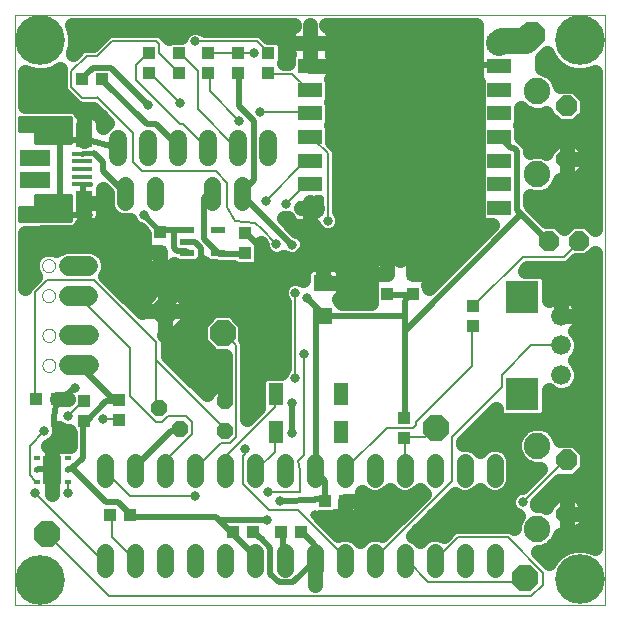
<source format=gbl>
G75*
%MOIN*%
%OFA0B0*%
%FSLAX24Y24*%
%IPPOS*%
%LPD*%
%AMOC8*
5,1,8,0,0,1.08239X$1,22.5*
%
%ADD10C,0.0000*%
%ADD11R,0.0630X0.0551*%
%ADD12R,0.0394X0.0433*%
%ADD13R,0.0433X0.0394*%
%ADD14R,0.0472X0.0217*%
%ADD15R,0.0512X0.0748*%
%ADD16R,0.0673X0.0157*%
%ADD17R,0.0575X0.0787*%
%ADD18R,0.0984X0.0541*%
%ADD19C,0.0160*%
%ADD20C,0.0560*%
%ADD21OC8,0.0660*%
%ADD22OC8,0.0850*%
%ADD23OC8,0.0700*%
%ADD24C,0.0885*%
%ADD25C,0.0660*%
%ADD26R,0.1102X0.1102*%
%ADD27C,0.0600*%
%ADD28C,0.0650*%
%ADD29OC8,0.0520*%
%ADD30R,0.0236X0.0157*%
%ADD31R,0.0591X0.0945*%
%ADD32R,0.0787X0.0512*%
%ADD33C,0.0197*%
%ADD34C,0.0317*%
%ADD35C,0.0500*%
%ADD36C,0.0157*%
%ADD37C,0.0080*%
%ADD38C,0.1660*%
%ADD39C,0.0860*%
D10*
X000350Y000350D02*
X000350Y020035D01*
X020035Y020035D01*
X020035Y000350D01*
X000350Y000350D01*
X001267Y008344D02*
X001269Y008373D01*
X001275Y008401D01*
X001284Y008429D01*
X001297Y008455D01*
X001314Y008478D01*
X001333Y008500D01*
X001355Y008519D01*
X001380Y008534D01*
X001406Y008547D01*
X001434Y008555D01*
X001462Y008560D01*
X001491Y008561D01*
X001520Y008558D01*
X001548Y008551D01*
X001575Y008541D01*
X001601Y008527D01*
X001624Y008510D01*
X001645Y008490D01*
X001663Y008467D01*
X001678Y008442D01*
X001689Y008415D01*
X001697Y008387D01*
X001701Y008358D01*
X001701Y008330D01*
X001697Y008301D01*
X001689Y008273D01*
X001678Y008246D01*
X001663Y008221D01*
X001645Y008198D01*
X001624Y008178D01*
X001601Y008161D01*
X001575Y008147D01*
X001548Y008137D01*
X001520Y008130D01*
X001491Y008127D01*
X001462Y008128D01*
X001434Y008133D01*
X001406Y008141D01*
X001380Y008154D01*
X001355Y008169D01*
X001333Y008188D01*
X001314Y008210D01*
X001297Y008233D01*
X001284Y008259D01*
X001275Y008287D01*
X001269Y008315D01*
X001267Y008344D01*
X001267Y009344D02*
X001269Y009373D01*
X001275Y009401D01*
X001284Y009429D01*
X001297Y009455D01*
X001314Y009478D01*
X001333Y009500D01*
X001355Y009519D01*
X001380Y009534D01*
X001406Y009547D01*
X001434Y009555D01*
X001462Y009560D01*
X001491Y009561D01*
X001520Y009558D01*
X001548Y009551D01*
X001575Y009541D01*
X001601Y009527D01*
X001624Y009510D01*
X001645Y009490D01*
X001663Y009467D01*
X001678Y009442D01*
X001689Y009415D01*
X001697Y009387D01*
X001701Y009358D01*
X001701Y009330D01*
X001697Y009301D01*
X001689Y009273D01*
X001678Y009246D01*
X001663Y009221D01*
X001645Y009198D01*
X001624Y009178D01*
X001601Y009161D01*
X001575Y009147D01*
X001548Y009137D01*
X001520Y009130D01*
X001491Y009127D01*
X001462Y009128D01*
X001434Y009133D01*
X001406Y009141D01*
X001380Y009154D01*
X001355Y009169D01*
X001333Y009188D01*
X001314Y009210D01*
X001297Y009233D01*
X001284Y009259D01*
X001275Y009287D01*
X001269Y009315D01*
X001267Y009344D01*
X001259Y010670D02*
X001261Y010699D01*
X001267Y010727D01*
X001276Y010755D01*
X001289Y010781D01*
X001306Y010804D01*
X001325Y010826D01*
X001347Y010845D01*
X001372Y010860D01*
X001398Y010873D01*
X001426Y010881D01*
X001454Y010886D01*
X001483Y010887D01*
X001512Y010884D01*
X001540Y010877D01*
X001567Y010867D01*
X001593Y010853D01*
X001616Y010836D01*
X001637Y010816D01*
X001655Y010793D01*
X001670Y010768D01*
X001681Y010741D01*
X001689Y010713D01*
X001693Y010684D01*
X001693Y010656D01*
X001689Y010627D01*
X001681Y010599D01*
X001670Y010572D01*
X001655Y010547D01*
X001637Y010524D01*
X001616Y010504D01*
X001593Y010487D01*
X001567Y010473D01*
X001540Y010463D01*
X001512Y010456D01*
X001483Y010453D01*
X001454Y010454D01*
X001426Y010459D01*
X001398Y010467D01*
X001372Y010480D01*
X001347Y010495D01*
X001325Y010514D01*
X001306Y010536D01*
X001289Y010559D01*
X001276Y010585D01*
X001267Y010613D01*
X001261Y010641D01*
X001259Y010670D01*
X001259Y011670D02*
X001261Y011699D01*
X001267Y011727D01*
X001276Y011755D01*
X001289Y011781D01*
X001306Y011804D01*
X001325Y011826D01*
X001347Y011845D01*
X001372Y011860D01*
X001398Y011873D01*
X001426Y011881D01*
X001454Y011886D01*
X001483Y011887D01*
X001512Y011884D01*
X001540Y011877D01*
X001567Y011867D01*
X001593Y011853D01*
X001616Y011836D01*
X001637Y011816D01*
X001655Y011793D01*
X001670Y011768D01*
X001681Y011741D01*
X001689Y011713D01*
X001693Y011684D01*
X001693Y011656D01*
X001689Y011627D01*
X001681Y011599D01*
X001670Y011572D01*
X001655Y011547D01*
X001637Y011524D01*
X001616Y011504D01*
X001593Y011487D01*
X001567Y011473D01*
X001540Y011463D01*
X001512Y011456D01*
X001483Y011453D01*
X001454Y011454D01*
X001426Y011459D01*
X001398Y011467D01*
X001372Y011480D01*
X001347Y011495D01*
X001325Y011514D01*
X001306Y011536D01*
X001289Y011559D01*
X001276Y011585D01*
X001267Y011613D01*
X001261Y011641D01*
X001259Y011670D01*
D11*
X010635Y011106D03*
X010635Y010003D03*
D12*
X012755Y010712D03*
X012755Y011381D03*
X013618Y011377D03*
X013618Y010708D03*
X008032Y012093D03*
X008032Y012762D03*
X005179Y012786D03*
X005179Y012117D03*
X001741Y007228D03*
X001072Y007228D03*
X003515Y003350D03*
X004185Y003350D03*
X006789Y018089D03*
X006789Y018758D03*
D13*
X007787Y018758D03*
X008807Y018758D03*
X008807Y018089D03*
X007787Y018089D03*
X005812Y018089D03*
X004812Y018089D03*
X004812Y018758D03*
X005812Y018758D03*
X003258Y017886D03*
X002589Y017886D03*
X015613Y010319D03*
X015613Y009650D03*
X013327Y006585D03*
X013327Y005916D03*
X011372Y003824D03*
X010703Y003824D03*
X009905Y002795D03*
X009236Y002795D03*
X008277Y002805D03*
X007608Y002805D03*
X003812Y006508D03*
X002669Y006501D03*
X002669Y007170D03*
X003812Y007177D03*
D14*
X006095Y012096D03*
X006095Y012470D03*
X006095Y012844D03*
X007119Y012844D03*
X007119Y012096D03*
D15*
X009049Y007385D03*
X011214Y007385D03*
X011214Y006125D03*
X009049Y006125D03*
D16*
X002598Y014382D03*
X002598Y014638D03*
X002598Y014894D03*
X002598Y015150D03*
X002598Y015406D03*
D17*
X002649Y016036D03*
X002649Y013752D03*
D18*
X001011Y014525D03*
X001011Y015263D03*
D19*
X001069Y015779D02*
X002179Y015779D01*
X002179Y016596D01*
X001167Y016596D01*
X001169Y016595D01*
X000539Y016595D01*
X000537Y016200D01*
X001069Y016200D01*
X002179Y016200D01*
X002179Y016042D02*
X001069Y016042D01*
X001069Y016200D02*
X001069Y015779D01*
X001069Y015883D02*
X002179Y015883D01*
X002179Y016359D02*
X000538Y016359D01*
X000538Y016517D02*
X002179Y016517D01*
X002598Y014382D02*
X002850Y014382D01*
X002179Y014002D02*
X001069Y014002D01*
X001069Y013581D01*
X000537Y013581D01*
X000535Y013184D01*
X001165Y013184D01*
X001167Y013185D01*
X002179Y013185D01*
X002179Y014002D01*
X002179Y013981D02*
X001069Y013981D01*
X001069Y013823D02*
X002179Y013823D01*
X002179Y013664D02*
X001069Y013664D01*
X000537Y013506D02*
X002179Y013506D01*
X002179Y013347D02*
X000536Y013347D01*
X000535Y013189D02*
X002179Y013189D01*
D20*
X004021Y013790D02*
X004021Y014350D01*
X005021Y014350D02*
X005021Y013790D01*
X006916Y013783D02*
X006916Y014343D01*
X007916Y014343D02*
X007916Y013783D01*
X008350Y005130D02*
X008350Y004570D01*
X009350Y004570D02*
X009350Y005130D01*
X010350Y005130D02*
X010350Y004570D01*
X011350Y004570D02*
X011350Y005130D01*
X012350Y005130D02*
X012350Y004570D01*
X013350Y004570D02*
X013350Y005130D01*
X014350Y005130D02*
X014350Y004570D01*
X015350Y004570D02*
X015350Y005130D01*
X016350Y005130D02*
X016350Y004570D01*
X016350Y002130D02*
X016350Y001570D01*
X015350Y001570D02*
X015350Y002130D01*
X014350Y002130D02*
X014350Y001570D01*
X013350Y001570D02*
X013350Y002130D01*
X012350Y002130D02*
X012350Y001570D01*
X011350Y001570D02*
X011350Y002130D01*
X010350Y002130D02*
X010350Y001570D01*
X009350Y001570D02*
X009350Y002130D01*
X008350Y002130D02*
X008350Y001570D01*
X007350Y001570D02*
X007350Y002130D01*
X006350Y002130D02*
X006350Y001570D01*
X005350Y001570D02*
X005350Y002130D01*
X004350Y002130D02*
X004350Y001570D01*
X003350Y001570D02*
X003350Y002130D01*
X003350Y004570D02*
X003350Y005130D01*
X004350Y005130D02*
X004350Y004570D01*
X005350Y004570D02*
X005350Y005130D01*
X006350Y005130D02*
X006350Y004570D01*
X007350Y004570D02*
X007350Y005130D01*
D21*
X018157Y012502D03*
X019157Y012502D03*
D22*
X014380Y006269D03*
X007280Y009422D03*
X005350Y010143D03*
X001413Y002712D03*
X017371Y001258D03*
X017600Y019350D03*
D23*
X018753Y016988D03*
X018753Y015208D03*
X018753Y005177D03*
X018753Y003397D03*
D24*
X017773Y002907D03*
X017773Y005667D03*
X017773Y014718D03*
X017773Y017478D03*
D25*
X018568Y009996D03*
X018568Y009011D03*
X018568Y008027D03*
D26*
X017268Y007397D03*
X017268Y010626D03*
D27*
X008804Y015289D02*
X008804Y015889D01*
X007804Y015889D02*
X007804Y015289D01*
X006804Y015289D02*
X006804Y015889D01*
X005804Y015889D02*
X005804Y015289D01*
X004804Y015289D02*
X004804Y015889D01*
X003804Y015889D02*
X003804Y015289D01*
D28*
X002801Y011670D02*
X002151Y011670D01*
X002151Y010670D02*
X002801Y010670D01*
X002809Y009344D02*
X002160Y009344D01*
X002160Y008344D02*
X002809Y008344D01*
D29*
X005153Y006930D03*
X005853Y006230D03*
X007351Y006170D03*
X007351Y007170D03*
D30*
X002112Y005244D03*
X002112Y004850D03*
X002112Y004456D03*
X001088Y004456D03*
X001088Y004850D03*
X001088Y005244D03*
D31*
X001600Y004850D03*
D32*
X010200Y013594D03*
X010200Y014381D03*
X010200Y015169D03*
X010200Y015956D03*
X010200Y016744D03*
X010200Y017531D03*
X010200Y018319D03*
X010200Y019106D03*
X016500Y019106D03*
X016500Y018319D03*
X016500Y017531D03*
X016500Y016744D03*
X016500Y015956D03*
X016500Y015169D03*
X016500Y014381D03*
X016500Y013594D03*
D33*
X017082Y013539D02*
X017230Y013391D01*
X013342Y009504D01*
X013342Y006649D01*
X013327Y006585D01*
X010685Y004484D02*
X010389Y004779D01*
X010350Y004850D01*
X010389Y004878D01*
X010389Y010193D01*
X010635Y010003D01*
X010586Y010094D01*
X010094Y010586D01*
X010635Y010003D02*
X010685Y009996D01*
X013342Y009996D01*
X013342Y009504D01*
X013342Y009996D02*
X013342Y010488D01*
X013539Y010685D01*
X013618Y010708D01*
X013441Y010685D01*
X012850Y010685D01*
X012755Y010712D01*
X010030Y012310D02*
X010030Y013150D01*
X010190Y013310D01*
X010430Y013310D01*
X010550Y013430D01*
X010550Y013910D01*
X010390Y013910D01*
X010200Y013796D01*
X010200Y013594D02*
X010230Y013590D01*
X010200Y013594D01*
X008322Y014523D02*
X007929Y014130D01*
X007916Y014063D01*
X007929Y014031D01*
X009594Y012366D01*
X010030Y012310D02*
X007750Y010030D01*
X005310Y010030D01*
X005230Y010110D01*
X005230Y010230D01*
X005350Y010350D01*
X005350Y011030D01*
X005370Y010193D02*
X006551Y011374D01*
X006551Y011670D01*
X008310Y011670D01*
X008430Y011790D01*
X008430Y012390D01*
X008070Y012750D01*
X008032Y012762D01*
X008032Y012093D02*
X008027Y012063D01*
X007141Y012063D01*
X007119Y012096D01*
X007043Y012161D01*
X006649Y012555D01*
X006649Y013933D01*
X006846Y014130D01*
X006916Y014063D01*
X008322Y014523D02*
X008322Y016492D01*
X007830Y016984D01*
X007830Y018067D01*
X007787Y018089D01*
X010200Y018319D02*
X010291Y018362D01*
X016492Y018362D01*
X016500Y018319D01*
X016590Y018362D01*
X016500Y015956D02*
X016590Y015901D01*
X016885Y015606D01*
X016984Y015606D01*
X017082Y015507D01*
X017082Y013539D01*
X017230Y013391D02*
X018067Y012555D01*
X018157Y012502D01*
X009600Y007100D02*
X009600Y006100D01*
X010685Y004484D02*
X010685Y003893D01*
X010703Y003824D01*
X010586Y003893D01*
X010350Y003893D01*
X010350Y003850D01*
X009200Y003834D01*
X008761Y003204D02*
X007240Y003204D01*
X007191Y003155D01*
X007043Y003303D01*
X004189Y003303D01*
X004185Y003350D01*
X004189Y003401D01*
X003795Y003795D01*
X003401Y003795D01*
X002269Y004927D01*
X002220Y004878D01*
X002122Y004878D01*
X002112Y004850D01*
X002269Y004927D02*
X002614Y005271D01*
X002614Y006452D01*
X002669Y006501D01*
X002712Y006452D01*
X003401Y007141D01*
X003696Y007141D01*
X003812Y007177D01*
X003795Y007141D01*
X003696Y007141D01*
X002515Y008322D01*
X002484Y008344D01*
X002350Y007600D02*
X001850Y007228D01*
X001741Y007228D01*
X001670Y006630D01*
X001670Y006310D01*
X001710Y006270D01*
X001710Y005190D01*
X001630Y005110D01*
X001600Y004850D01*
X001531Y004878D01*
X001137Y004878D01*
X001088Y004850D01*
X001590Y004870D02*
X001600Y004850D01*
X004287Y004878D02*
X004350Y004850D01*
X004287Y004878D02*
X005567Y006157D01*
X005763Y006157D01*
X005853Y006230D01*
X007191Y003155D02*
X007535Y002811D01*
X007608Y002805D01*
X007633Y002712D01*
X008421Y001925D01*
X008350Y001850D01*
X008870Y002270D02*
X008870Y001390D01*
X009150Y001110D01*
X009630Y001110D01*
X010350Y001830D01*
X010350Y001850D01*
X010310Y001910D01*
X010310Y002390D01*
X009910Y002790D01*
X009905Y002795D01*
X009307Y002712D02*
X009236Y002795D01*
X009307Y002712D02*
X009307Y001925D01*
X009350Y001850D01*
X008870Y002270D02*
X008550Y002590D01*
X008510Y002590D01*
X008310Y002790D01*
X008277Y002805D01*
X005350Y010143D02*
X005370Y010193D01*
X006551Y011670D02*
X006551Y012259D01*
X006354Y012456D01*
X006157Y012456D01*
X006095Y012470D01*
X005763Y012161D02*
X005665Y012259D01*
X005665Y012850D01*
X005271Y012850D01*
X005179Y012786D01*
X004673Y013350D01*
X005665Y012850D02*
X006059Y012850D01*
X006095Y012844D01*
X006059Y012161D02*
X005763Y012161D01*
X006059Y012161D02*
X006095Y012096D01*
X002850Y013350D02*
X001850Y013350D01*
X001850Y015850D01*
X002649Y015850D01*
X002804Y015850D01*
X003804Y015589D01*
X003303Y015114D02*
X003303Y014819D01*
X003992Y014130D01*
X004021Y014070D01*
X002649Y013752D02*
X002614Y013834D01*
X002614Y014326D01*
X003303Y015114D02*
X003007Y015409D01*
X002649Y015850D02*
X002649Y016036D01*
X003270Y017870D02*
X004710Y016430D01*
X004779Y016393D01*
X005074Y016393D01*
X005862Y015606D01*
X005804Y015589D01*
X004790Y017030D02*
X003550Y018270D01*
X002950Y018270D01*
X002590Y017910D01*
X002589Y017886D01*
X003258Y017886D02*
X003270Y017870D01*
D34*
X004790Y017030D03*
X005862Y017082D03*
X007830Y016492D03*
X008519Y016787D03*
X008322Y018756D03*
X006354Y019149D03*
X008716Y013834D03*
X009405Y013736D03*
X010783Y013169D03*
X009594Y012366D03*
X009072Y012395D03*
X009700Y010767D03*
X010094Y010586D03*
X009996Y008716D03*
X009700Y007929D03*
X009600Y007100D03*
X009600Y006100D03*
X008030Y005550D03*
X008799Y004135D03*
X009200Y003834D03*
X008761Y003204D03*
X010350Y003350D03*
X011850Y003350D03*
X017279Y003795D03*
X006354Y003992D03*
X002122Y004090D03*
X001600Y004600D03*
X001039Y004090D03*
X001600Y005100D03*
X001334Y006157D03*
X002122Y006649D03*
X003303Y006551D03*
X002350Y007600D03*
X005350Y011030D03*
X004673Y013350D03*
D35*
X004204Y013206D02*
X004259Y013073D01*
X004396Y012936D01*
X004512Y012888D01*
X004653Y012731D01*
X004653Y012504D01*
X004664Y012478D01*
X004646Y012435D01*
X004633Y012368D01*
X004633Y012117D01*
X005179Y012117D01*
X005179Y012117D01*
X004633Y012117D01*
X004633Y011866D01*
X004646Y011798D01*
X004672Y011735D01*
X004711Y011677D01*
X004760Y011628D01*
X004817Y011590D01*
X004881Y011564D01*
X004948Y011550D01*
X005179Y011550D01*
X005179Y012117D01*
X005179Y012117D01*
X005179Y011550D01*
X005411Y011550D01*
X005478Y011564D01*
X005542Y011590D01*
X005599Y011628D01*
X005648Y011677D01*
X005670Y011710D01*
X005672Y011708D01*
X005793Y011658D01*
X006397Y011658D01*
X006518Y011708D01*
X006607Y011797D01*
X006696Y011708D01*
X006817Y011658D01*
X006980Y011658D01*
X007016Y011651D01*
X007056Y011634D01*
X007099Y011634D01*
X007141Y011626D01*
X007183Y011634D01*
X007610Y011634D01*
X007648Y011596D01*
X007769Y011546D01*
X008294Y011546D01*
X008415Y011596D01*
X008508Y011689D01*
X008559Y011810D01*
X008559Y012375D01*
X008548Y012401D01*
X008551Y012409D01*
X008584Y012373D01*
X008584Y012298D01*
X008658Y012119D01*
X008796Y011981D01*
X008975Y011907D01*
X009170Y011907D01*
X009306Y011963D01*
X009317Y011952D01*
X009497Y011877D01*
X009691Y011877D01*
X009871Y011952D01*
X010008Y012089D01*
X010083Y012269D01*
X010083Y012463D01*
X010008Y012642D01*
X009871Y012780D01*
X009726Y012840D01*
X009318Y013247D01*
X009468Y013247D01*
X009470Y013236D01*
X009497Y013172D01*
X009535Y013115D01*
X009584Y013066D01*
X009641Y013028D01*
X009705Y013002D01*
X009772Y012988D01*
X010200Y012988D01*
X010200Y013594D01*
X009875Y013594D01*
X009875Y013594D01*
X010200Y013594D01*
X010200Y013594D01*
X010200Y013594D01*
X010200Y013796D01*
X010200Y013796D01*
X010200Y013594D01*
X010200Y013594D01*
X010200Y012988D01*
X010329Y012988D01*
X010369Y012892D01*
X010506Y012755D01*
X010686Y012680D01*
X010880Y012680D01*
X011060Y012755D01*
X011197Y012892D01*
X011271Y013072D01*
X011271Y013266D01*
X011197Y013446D01*
X011153Y013490D01*
X011153Y015483D01*
X011097Y015619D01*
X010993Y015723D01*
X010924Y015791D01*
X010924Y016278D01*
X010894Y016350D01*
X010924Y016422D01*
X010924Y017065D01*
X010894Y017137D01*
X010924Y017210D01*
X010924Y017853D01*
X010905Y017899D01*
X010931Y017961D01*
X010944Y018028D01*
X010944Y018318D01*
X010200Y018318D01*
X010200Y018319D01*
X010200Y019106D01*
X010200Y019106D01*
X009457Y019106D01*
X009457Y019396D01*
X009470Y019464D01*
X009497Y019528D01*
X009535Y019585D01*
X009584Y019634D01*
X009641Y019672D01*
X009672Y019685D01*
X002246Y019685D01*
X002282Y019623D01*
X002361Y019328D01*
X002361Y019022D01*
X002282Y018727D01*
X002279Y018722D01*
X002540Y018984D01*
X002676Y019040D01*
X002966Y019040D01*
X003388Y019463D01*
X003524Y019519D01*
X005148Y019519D01*
X005284Y019463D01*
X005388Y019359D01*
X005482Y019265D01*
X005530Y019285D01*
X005882Y019285D01*
X005940Y019426D01*
X006077Y019563D01*
X006257Y019638D01*
X006451Y019638D01*
X006631Y019563D01*
X006675Y019519D01*
X008494Y019519D01*
X008630Y019463D01*
X008735Y019359D01*
X008808Y019285D01*
X009089Y019285D01*
X009210Y019235D01*
X009303Y019142D01*
X009353Y019021D01*
X009353Y018496D01*
X009329Y018437D01*
X009457Y018437D01*
X009457Y018609D01*
X009470Y018676D01*
X009485Y018712D01*
X009470Y018748D01*
X009457Y018816D01*
X009457Y019106D01*
X010200Y019106D01*
X010200Y019685D01*
X010200Y019685D01*
X010200Y019106D01*
X010200Y019106D01*
X010200Y019106D01*
X010200Y018500D01*
X010200Y018319D01*
X010200Y018319D01*
X010944Y018319D01*
X010944Y018609D01*
X010931Y018676D01*
X010916Y018712D01*
X010931Y018748D01*
X010944Y018816D01*
X010944Y019106D01*
X010944Y019396D01*
X010931Y019464D01*
X010904Y019528D01*
X010866Y019585D01*
X010817Y019634D01*
X010760Y019672D01*
X010728Y019685D01*
X015738Y019685D01*
X015738Y019231D01*
X015733Y019216D01*
X015738Y019119D01*
X015738Y017780D01*
X015776Y017780D01*
X015776Y017210D01*
X015806Y017137D01*
X015776Y017065D01*
X015776Y016422D01*
X015806Y016350D01*
X015776Y016278D01*
X015776Y015635D01*
X015806Y015563D01*
X015776Y015490D01*
X015776Y014847D01*
X015806Y014775D01*
X015776Y014703D01*
X015776Y014060D01*
X015806Y013988D01*
X015776Y013916D01*
X015776Y013273D01*
X015826Y013151D01*
X015919Y013058D01*
X016040Y013008D01*
X016241Y013008D01*
X014145Y010912D01*
X014145Y010990D01*
X014134Y011017D01*
X014151Y011059D01*
X014165Y011126D01*
X014165Y011377D01*
X013618Y011377D01*
X013618Y011377D01*
X014165Y011377D01*
X014165Y011628D01*
X014151Y011696D01*
X014125Y011760D01*
X014087Y011817D01*
X014038Y011866D01*
X013981Y011904D01*
X013917Y011930D01*
X013849Y011944D01*
X013618Y011944D01*
X013618Y011377D01*
X013618Y011377D01*
X013618Y011944D01*
X013387Y011944D01*
X013319Y011930D01*
X013255Y011904D01*
X013198Y011866D01*
X013188Y011856D01*
X013175Y011869D01*
X013118Y011908D01*
X013054Y011934D01*
X012987Y011947D01*
X012755Y011947D01*
X012524Y011947D01*
X012457Y011934D01*
X012393Y011908D01*
X012335Y011869D01*
X012287Y011820D01*
X012248Y011763D01*
X012222Y011699D01*
X012209Y011632D01*
X012209Y011381D01*
X012755Y011381D01*
X012755Y011381D01*
X012755Y011947D01*
X012755Y011381D01*
X012755Y011381D01*
X012209Y011381D01*
X012209Y011130D01*
X012222Y011062D01*
X012240Y011020D01*
X012229Y010994D01*
X012229Y010429D01*
X012231Y010424D01*
X011247Y010424D01*
X011229Y010466D01*
X011151Y010544D01*
X011173Y010558D01*
X011221Y010607D01*
X011260Y010664D01*
X011286Y010728D01*
X011300Y010796D01*
X011300Y011106D01*
X011300Y011416D01*
X011286Y011483D01*
X011260Y011547D01*
X011221Y011604D01*
X011173Y011653D01*
X011115Y011691D01*
X011052Y011718D01*
X010984Y011731D01*
X010635Y011731D01*
X010635Y011106D01*
X010635Y011106D01*
X011300Y011106D01*
X010635Y011106D01*
X010635Y011106D01*
X010635Y011731D01*
X010285Y011731D01*
X010218Y011718D01*
X010154Y011691D01*
X010096Y011653D01*
X010048Y011604D01*
X010009Y011547D01*
X009983Y011483D01*
X009970Y011416D01*
X009970Y011184D01*
X009798Y011256D01*
X009603Y011256D01*
X009424Y011181D01*
X009286Y011044D01*
X009212Y010864D01*
X009212Y010670D01*
X009286Y010491D01*
X009330Y010447D01*
X009330Y008249D01*
X009286Y008205D01*
X009238Y008089D01*
X008727Y008089D01*
X008606Y008039D01*
X008513Y007946D01*
X008463Y007824D01*
X008463Y006945D01*
X008470Y006927D01*
X008102Y006558D01*
X008102Y009085D01*
X008046Y009221D01*
X008035Y009232D01*
X008035Y009735D01*
X007593Y010177D01*
X006967Y010177D01*
X006525Y009735D01*
X006525Y009109D01*
X006967Y008667D01*
X007362Y008667D01*
X007362Y007780D01*
X007351Y007780D01*
X007098Y007780D01*
X006741Y007423D01*
X006741Y007376D01*
X005444Y008673D01*
X005444Y009183D01*
X005388Y009319D01*
X005339Y009368D01*
X005350Y009368D01*
X005671Y009368D01*
X006125Y009822D01*
X006125Y010143D01*
X005350Y010143D01*
X005350Y010143D01*
X005350Y009368D01*
X005350Y010143D01*
X005350Y010143D01*
X006125Y010143D01*
X006125Y010464D01*
X005671Y010918D01*
X005350Y010918D01*
X005350Y010143D01*
X005350Y010143D01*
X004575Y010143D01*
X004575Y010133D01*
X003371Y011336D01*
X003456Y011540D01*
X003456Y011801D01*
X003356Y012041D01*
X003172Y012225D01*
X002931Y012325D01*
X002021Y012325D01*
X001781Y012225D01*
X001732Y012177D01*
X001589Y012237D01*
X001364Y012237D01*
X001155Y012151D01*
X000996Y011991D01*
X000910Y011783D01*
X000910Y011558D01*
X000996Y011349D01*
X001039Y011306D01*
X000725Y010993D01*
X000700Y010932D01*
X000700Y012774D01*
X001106Y012774D01*
X001128Y012768D01*
X001187Y012774D01*
X001246Y012774D01*
X001249Y012775D01*
X002260Y012775D01*
X002411Y012838D01*
X002526Y012953D01*
X002549Y013009D01*
X002649Y013009D01*
X002649Y013752D01*
X002649Y013752D01*
X002649Y013009D01*
X002971Y013009D01*
X003039Y013022D01*
X003102Y013048D01*
X003160Y013087D01*
X003208Y013135D01*
X003247Y013193D01*
X003273Y013256D01*
X003287Y013324D01*
X003287Y013752D01*
X002649Y013752D01*
X002649Y013752D01*
X003287Y013752D01*
X003287Y014180D01*
X003277Y014230D01*
X003278Y014237D01*
X003411Y014105D01*
X003411Y013669D01*
X003504Y013444D01*
X003675Y013273D01*
X003899Y013180D01*
X004142Y013180D01*
X004204Y013206D01*
X004580Y012813D02*
X002350Y012813D01*
X001994Y012314D02*
X000700Y012314D01*
X000700Y011816D02*
X000923Y011816D01*
X001028Y011317D02*
X000700Y011317D01*
X002958Y012314D02*
X004633Y012314D01*
X004643Y011816D02*
X003450Y011816D01*
X003391Y011317D02*
X009970Y011317D01*
X010635Y011317D02*
X010635Y011317D01*
X011300Y011317D02*
X012209Y011317D01*
X012229Y010819D02*
X011300Y010819D01*
X012283Y011816D02*
X008559Y011816D01*
X008559Y012314D02*
X008584Y012314D01*
X009792Y012813D02*
X010449Y012813D01*
X010083Y012314D02*
X015547Y012314D01*
X016045Y012813D02*
X011117Y012813D01*
X011253Y013311D02*
X015776Y013311D01*
X015776Y013810D02*
X011153Y013810D01*
X010413Y013594D02*
X010413Y013594D01*
X010200Y013594D01*
X010200Y013594D01*
X010413Y013594D01*
X010200Y013311D02*
X010200Y013311D01*
X011153Y014308D02*
X015776Y014308D01*
X015793Y014807D02*
X011153Y014807D01*
X011153Y015305D02*
X015776Y015305D01*
X015776Y015804D02*
X010924Y015804D01*
X010914Y016302D02*
X015786Y016302D01*
X015776Y016801D02*
X010924Y016801D01*
X010924Y017299D02*
X015776Y017299D01*
X015738Y017798D02*
X010924Y017798D01*
X010944Y018296D02*
X015738Y018296D01*
X015738Y018795D02*
X010940Y018795D01*
X010944Y019106D02*
X010200Y019106D01*
X010944Y019106D01*
X010944Y019293D02*
X015738Y019293D01*
X017909Y018595D02*
X017909Y018251D01*
X017927Y018251D01*
X018211Y018133D01*
X018428Y017916D01*
X018531Y017668D01*
X019035Y017668D01*
X019433Y017270D01*
X019433Y016706D01*
X019035Y016308D01*
X018472Y016308D01*
X018073Y016706D01*
X018073Y016766D01*
X017927Y016706D01*
X017620Y016706D01*
X017336Y016823D01*
X017223Y016936D01*
X017223Y016422D01*
X017193Y016350D01*
X017223Y016278D01*
X017223Y015970D01*
X017227Y015969D01*
X017325Y015871D01*
X017445Y015750D01*
X017511Y015593D01*
X017511Y015445D01*
X017620Y015491D01*
X017927Y015491D01*
X018053Y015438D01*
X018053Y015498D01*
X018463Y015908D01*
X018753Y015908D01*
X018753Y015208D01*
X018753Y015208D01*
X018753Y014508D01*
X018523Y014508D01*
X018428Y014280D01*
X018211Y014063D01*
X017927Y013946D01*
X017620Y013946D01*
X017511Y013991D01*
X017511Y013716D01*
X017593Y013634D01*
X017593Y013634D01*
X018066Y013162D01*
X018430Y013162D01*
X018657Y012935D01*
X018884Y013162D01*
X019430Y013162D01*
X019685Y012907D01*
X019685Y018128D01*
X019629Y018096D01*
X019334Y018017D01*
X019029Y018017D01*
X018734Y018096D01*
X018469Y018248D01*
X018253Y018464D01*
X018101Y018729D01*
X018092Y018760D01*
X018055Y018737D01*
X017913Y018595D01*
X017909Y018595D01*
X017909Y018296D02*
X018422Y018296D01*
X018477Y017798D02*
X019685Y017798D01*
X019685Y017299D02*
X019404Y017299D01*
X019433Y016801D02*
X019685Y016801D01*
X019685Y016302D02*
X017213Y016302D01*
X017392Y015804D02*
X018359Y015804D01*
X018753Y015804D02*
X018753Y015804D01*
X018753Y015908D02*
X018753Y015208D01*
X018753Y015208D01*
X018753Y014508D01*
X019043Y014508D01*
X019453Y014918D01*
X019453Y015208D01*
X018753Y015208D01*
X018753Y015208D01*
X019453Y015208D01*
X019453Y015498D01*
X019043Y015908D01*
X018753Y015908D01*
X019148Y015804D02*
X019685Y015804D01*
X019685Y015305D02*
X019453Y015305D01*
X018753Y015305D02*
X018753Y015305D01*
X018753Y014807D02*
X018753Y014807D01*
X019342Y014807D02*
X019685Y014807D01*
X019685Y014308D02*
X018440Y014308D01*
X017511Y013810D02*
X019685Y013810D01*
X019685Y013311D02*
X017916Y013311D01*
X019430Y011842D02*
X019685Y012096D01*
X019685Y002260D01*
X019627Y002293D01*
X019332Y002372D01*
X019027Y002372D01*
X018732Y002293D01*
X018467Y002140D01*
X018251Y001924D01*
X018159Y001765D01*
X017790Y002135D01*
X017927Y002135D01*
X018211Y002252D01*
X018428Y002469D01*
X018523Y002697D01*
X018753Y002697D01*
X018753Y003397D01*
X018753Y004097D01*
X018463Y004097D01*
X018053Y003687D01*
X018053Y003627D01*
X017927Y003680D01*
X017760Y003680D01*
X017768Y003698D01*
X017768Y003760D01*
X018505Y004497D01*
X019035Y004497D01*
X019433Y004895D01*
X019433Y005459D01*
X019035Y005857D01*
X018531Y005857D01*
X018428Y006105D01*
X018211Y006322D01*
X017927Y006440D01*
X017620Y006440D01*
X017336Y006322D01*
X017118Y006105D01*
X017001Y005821D01*
X017001Y005513D01*
X017118Y005229D01*
X017336Y005012D01*
X017620Y004895D01*
X017856Y004895D01*
X017244Y004283D01*
X017182Y004283D01*
X017002Y004209D01*
X016865Y004072D01*
X016791Y003892D01*
X016791Y003698D01*
X016865Y003518D01*
X017002Y003381D01*
X017114Y003334D01*
X017001Y003061D01*
X017001Y002923D01*
X016997Y002927D01*
X016861Y002984D01*
X015040Y002984D01*
X014904Y002927D01*
X014800Y002823D01*
X014645Y002668D01*
X014471Y002740D01*
X014229Y002740D01*
X014004Y002647D01*
X013850Y002493D01*
X013696Y002647D01*
X013630Y002674D01*
X015008Y004051D01*
X015229Y003960D01*
X015471Y003960D01*
X015696Y004053D01*
X015850Y004207D01*
X016004Y004053D01*
X016229Y003960D01*
X016471Y003960D01*
X016696Y004053D01*
X016867Y004224D01*
X016960Y004449D01*
X016960Y005251D01*
X016867Y005476D01*
X016696Y005647D01*
X016471Y005740D01*
X016229Y005740D01*
X016004Y005647D01*
X015850Y005493D01*
X015696Y005647D01*
X015471Y005740D01*
X015287Y005740D01*
X015287Y005807D01*
X016387Y006907D01*
X016387Y006780D01*
X016437Y006659D01*
X016530Y006566D01*
X016652Y006516D01*
X017885Y006516D01*
X018007Y006566D01*
X018099Y006659D01*
X018150Y006780D01*
X018150Y007512D01*
X018194Y007468D01*
X018436Y007367D01*
X018699Y007367D01*
X018942Y007468D01*
X019127Y007653D01*
X019228Y007896D01*
X019228Y008158D01*
X019127Y008401D01*
X019009Y008519D01*
X019127Y008638D01*
X019228Y008880D01*
X019228Y009143D01*
X019127Y009385D01*
X019023Y009489D01*
X019080Y009546D01*
X019134Y009617D01*
X019179Y009694D01*
X019213Y009777D01*
X019236Y009863D01*
X019248Y009951D01*
X019248Y009996D01*
X019248Y010040D01*
X019236Y010129D01*
X019213Y010215D01*
X019179Y010297D01*
X019134Y010374D01*
X019080Y010445D01*
X019017Y010508D01*
X018946Y010562D01*
X018869Y010607D01*
X018787Y010641D01*
X018701Y010664D01*
X018612Y010676D01*
X018568Y010676D01*
X018568Y009996D01*
X018568Y009996D01*
X019248Y009996D01*
X018568Y009996D01*
X018568Y009996D01*
X018568Y010676D01*
X018523Y010676D01*
X018435Y010664D01*
X018349Y010641D01*
X018266Y010607D01*
X018189Y010562D01*
X018150Y010532D01*
X018150Y011242D01*
X018099Y011364D01*
X018007Y011457D01*
X017885Y011507D01*
X017345Y011507D01*
X017432Y011594D01*
X018731Y011594D01*
X018867Y011651D01*
X019058Y011842D01*
X019430Y011842D01*
X019685Y011816D02*
X019032Y011816D01*
X019685Y011317D02*
X018119Y011317D01*
X018150Y010819D02*
X019685Y010819D01*
X019685Y010320D02*
X019166Y010320D01*
X018568Y010320D02*
X018568Y010320D01*
X019225Y009822D02*
X019685Y009822D01*
X019685Y009323D02*
X019153Y009323D01*
X019205Y008825D02*
X019685Y008825D01*
X019685Y008326D02*
X019158Y008326D01*
X019199Y007828D02*
X019685Y007828D01*
X019685Y007329D02*
X018150Y007329D01*
X018150Y006831D02*
X019685Y006831D01*
X019685Y006332D02*
X018187Y006332D01*
X017360Y006332D02*
X015812Y006332D01*
X016310Y006831D02*
X016387Y006831D01*
X017006Y005834D02*
X015313Y005834D01*
X016925Y005335D02*
X017075Y005335D01*
X016960Y004837D02*
X017797Y004837D01*
X017299Y004338D02*
X016914Y004338D01*
X016791Y003840D02*
X014796Y003840D01*
X014297Y003341D02*
X017099Y003341D01*
X017847Y003840D02*
X018206Y003840D01*
X018753Y003840D02*
X018753Y003840D01*
X018753Y004097D02*
X018753Y003397D01*
X018753Y003397D01*
X018753Y003397D01*
X018753Y002697D01*
X019043Y002697D01*
X019453Y003107D01*
X019453Y003397D01*
X018753Y003397D01*
X019453Y003397D01*
X019453Y003687D01*
X019043Y004097D01*
X018753Y004097D01*
X018346Y004338D02*
X019685Y004338D01*
X019685Y004837D02*
X019375Y004837D01*
X019433Y005335D02*
X019685Y005335D01*
X019685Y005834D02*
X019059Y005834D01*
X019301Y003840D02*
X019685Y003840D01*
X019685Y003341D02*
X019453Y003341D01*
X018753Y003341D02*
X018753Y003341D01*
X018753Y003397D02*
X018753Y003397D01*
X018753Y002843D02*
X018753Y002843D01*
X019189Y002843D02*
X019685Y002843D01*
X019685Y002344D02*
X019437Y002344D01*
X018921Y002344D02*
X018303Y002344D01*
X018206Y001846D02*
X018079Y001846D01*
X014819Y002843D02*
X013799Y002843D01*
X013251Y003341D02*
X011791Y003341D01*
X011812Y003355D02*
X011861Y003404D01*
X011899Y003461D01*
X011925Y003525D01*
X011939Y003593D01*
X011939Y003824D01*
X011939Y004055D01*
X011925Y004123D01*
X011919Y004138D01*
X012004Y004053D01*
X012229Y003960D01*
X012471Y003960D01*
X012696Y004053D01*
X012850Y004207D01*
X013004Y004053D01*
X013229Y003960D01*
X013471Y003960D01*
X013696Y004053D01*
X013850Y004207D01*
X013984Y004074D01*
X012598Y002688D01*
X012471Y002740D01*
X012229Y002740D01*
X012004Y002647D01*
X011850Y002493D01*
X011696Y002647D01*
X011471Y002740D01*
X011229Y002740D01*
X011126Y002697D01*
X010526Y003297D01*
X010985Y003297D01*
X011012Y003308D01*
X011054Y003290D01*
X011121Y003277D01*
X011372Y003277D01*
X011372Y003824D01*
X011372Y003824D01*
X011939Y003824D01*
X011372Y003824D01*
X011372Y003824D01*
X011372Y003277D01*
X011623Y003277D01*
X011691Y003290D01*
X011755Y003317D01*
X011812Y003355D01*
X011372Y003341D02*
X011372Y003341D01*
X011939Y003840D02*
X013749Y003840D01*
X012752Y002843D02*
X010981Y002843D01*
X010350Y001850D02*
X010350Y001015D01*
X010350Y001850D01*
X010350Y001850D01*
X010350Y001846D02*
X010350Y001846D01*
X010350Y001347D02*
X010350Y001347D01*
X010350Y001015D02*
X010350Y001015D01*
X001600Y004052D02*
X001600Y004052D01*
X001600Y004850D01*
X001600Y004850D01*
X001600Y005672D01*
X001930Y005672D01*
X001997Y005659D01*
X002013Y005652D01*
X002185Y005652D01*
X002185Y006104D01*
X002173Y006117D01*
X002155Y006161D01*
X002024Y006161D01*
X001845Y006235D01*
X001820Y006260D01*
X001823Y006254D01*
X001823Y006060D01*
X001748Y005880D01*
X001611Y005743D01*
X001441Y005672D01*
X001600Y005672D01*
X001600Y004850D01*
X001600Y004850D01*
X001600Y004052D01*
X001600Y004338D02*
X001600Y004338D01*
X001600Y004837D02*
X001600Y004837D01*
X001600Y005335D02*
X001600Y005335D01*
X001701Y005834D02*
X002185Y005834D01*
X002123Y007228D02*
X001741Y007228D01*
X002123Y007228D01*
X002123Y007228D01*
X001741Y007228D02*
X001741Y007228D01*
X005444Y008825D02*
X006810Y008825D01*
X006525Y009323D02*
X005385Y009323D01*
X005350Y009822D02*
X005350Y009822D01*
X005350Y010143D02*
X005350Y010143D01*
X005350Y010918D01*
X005029Y010918D01*
X004575Y010464D01*
X004575Y010143D01*
X005350Y010143D01*
X005350Y010320D02*
X005350Y010320D01*
X006125Y010320D02*
X009330Y010320D01*
X009330Y009822D02*
X007948Y009822D01*
X008035Y009323D02*
X009330Y009323D01*
X009330Y008825D02*
X008102Y008825D01*
X008102Y008326D02*
X009330Y008326D01*
X008464Y007828D02*
X008102Y007828D01*
X007362Y007828D02*
X006289Y007828D01*
X005791Y008326D02*
X007362Y008326D01*
X007351Y007780D02*
X007351Y007170D01*
X007351Y007780D01*
X007351Y007329D02*
X007351Y007329D01*
X007351Y007170D02*
X007351Y007170D01*
X008102Y007329D02*
X008463Y007329D01*
X008374Y006831D02*
X008102Y006831D01*
X006612Y009822D02*
X006124Y009822D01*
X004575Y010320D02*
X004388Y010320D01*
X003889Y010819D02*
X004929Y010819D01*
X005350Y010819D02*
X005350Y010819D01*
X005770Y010819D02*
X009212Y010819D01*
X012755Y011816D02*
X012755Y011816D01*
X013618Y011816D02*
X013618Y011816D01*
X014088Y011816D02*
X015048Y011816D01*
X014550Y011317D02*
X014165Y011317D01*
X005179Y011816D02*
X005179Y011816D01*
X003637Y013311D02*
X003284Y013311D01*
X002649Y013311D02*
X002649Y013311D01*
X003287Y013810D02*
X003411Y013810D01*
X002649Y015818D02*
X002649Y015818D01*
X002649Y016036D01*
X002649Y016779D01*
X002546Y016779D01*
X002526Y016828D01*
X002411Y016943D01*
X002260Y017006D01*
X001188Y017006D01*
X001129Y017012D01*
X001108Y017006D01*
X001085Y017006D01*
X001083Y017005D01*
X000700Y017005D01*
X000700Y018125D01*
X000753Y018094D01*
X001048Y018015D01*
X001353Y018015D01*
X001648Y018094D01*
X001860Y018216D01*
X001860Y017556D01*
X001916Y017420D01*
X002276Y017060D01*
X002380Y016956D01*
X002516Y016900D01*
X002962Y016900D01*
X003436Y016426D01*
X003374Y016379D01*
X003314Y016319D01*
X003287Y016283D01*
X003287Y016464D01*
X003273Y016532D01*
X003247Y016595D01*
X003208Y016653D01*
X003160Y016701D01*
X003102Y016740D01*
X003039Y016766D01*
X002971Y016779D01*
X002649Y016779D01*
X002649Y016036D01*
X002649Y016036D01*
X002649Y016036D01*
X002649Y015818D01*
X002649Y016302D02*
X002649Y016302D01*
X003287Y016302D02*
X003302Y016302D01*
X003061Y016801D02*
X002538Y016801D01*
X002038Y017299D02*
X000700Y017299D01*
X000700Y017798D02*
X001860Y017798D01*
X002300Y018795D02*
X002351Y018795D01*
X002361Y019293D02*
X003219Y019293D01*
X005454Y019293D02*
X005885Y019293D01*
X008800Y019293D02*
X009457Y019293D01*
X009461Y018795D02*
X009353Y018795D01*
X010200Y018795D02*
X010200Y018795D01*
X010200Y019106D02*
X010200Y019106D01*
X010200Y019293D02*
X010200Y019293D01*
X017223Y016801D02*
X017390Y016801D01*
D36*
X003007Y015409D02*
X002614Y015409D01*
X002598Y015406D01*
X002598Y014382D02*
X002614Y014326D01*
D37*
X004287Y015114D02*
X004582Y014819D01*
X007043Y014819D01*
X007437Y014425D01*
X007437Y013637D01*
X007679Y013145D01*
X008350Y013100D01*
X008600Y012895D01*
X009072Y012395D01*
X010783Y013169D02*
X010783Y015409D01*
X010291Y015901D01*
X010200Y015956D01*
X010200Y015169D02*
X010193Y015114D01*
X009996Y015114D01*
X008716Y013834D01*
X009405Y013736D02*
X009996Y014326D01*
X010193Y014326D01*
X010200Y014381D01*
X007804Y015589D02*
X007732Y015606D01*
X006452Y016885D01*
X006452Y018165D01*
X005862Y018756D01*
X005812Y018758D01*
X006354Y019149D02*
X008421Y019149D01*
X008716Y018854D01*
X008807Y018758D01*
X008322Y018756D02*
X007830Y018756D01*
X007787Y018758D01*
X007732Y018756D01*
X006846Y018756D01*
X006789Y018758D01*
X005812Y018089D02*
X005763Y018165D01*
X005173Y018756D01*
X005173Y019051D01*
X005074Y019149D01*
X003598Y019149D01*
X003106Y018657D01*
X003070Y018670D01*
X002750Y018670D01*
X002230Y018150D01*
X002230Y017630D01*
X002590Y017270D01*
X003070Y017270D01*
X003106Y017279D01*
X004287Y016098D01*
X004287Y015114D01*
X005862Y016393D02*
X005960Y016393D01*
X006748Y015606D01*
X006804Y015589D01*
X005862Y016393D02*
X004385Y017870D01*
X004385Y018362D01*
X004779Y018756D01*
X004812Y018758D01*
X004812Y018089D02*
X004878Y018067D01*
X005862Y017082D01*
X006846Y017476D02*
X007830Y016492D01*
X008519Y016787D02*
X010193Y016787D01*
X010200Y016744D01*
X010193Y017476D02*
X010200Y017531D01*
X010193Y017476D02*
X009602Y018067D01*
X008815Y018067D01*
X008807Y018089D01*
X006846Y018067D02*
X006846Y017476D01*
X006846Y018067D02*
X006789Y018089D01*
X015704Y010389D02*
X017279Y011964D01*
X018657Y011964D01*
X019149Y012456D01*
X019157Y012502D01*
X015704Y010389D02*
X015613Y010319D01*
X015613Y009650D02*
X015606Y009602D01*
X015606Y008322D01*
X013736Y006452D01*
X013736Y006354D01*
X013637Y006256D01*
X012752Y006256D01*
X011374Y004878D01*
X011350Y004850D01*
X009996Y005370D02*
X009799Y005173D01*
X009850Y004850D01*
X009850Y004135D01*
X008799Y004135D01*
X008830Y003510D02*
X007950Y004390D01*
X007950Y005310D01*
X008030Y005390D01*
X008030Y005550D01*
X007732Y005960D02*
X007535Y005763D01*
X007240Y005763D01*
X006354Y004878D01*
X006350Y004850D01*
X005370Y004878D02*
X005370Y005173D01*
X006256Y006059D01*
X006256Y006452D01*
X006059Y006649D01*
X005468Y006649D01*
X005271Y006452D01*
X005074Y006452D01*
X004189Y007338D01*
X004189Y008913D01*
X002515Y010586D01*
X002476Y010670D01*
X003007Y011177D02*
X005074Y009110D01*
X005074Y008519D01*
X007338Y006256D01*
X007351Y006170D01*
X007732Y005960D02*
X007732Y009011D01*
X007338Y009405D01*
X007280Y009422D01*
X005074Y008519D02*
X005074Y006944D01*
X005153Y006930D01*
X003812Y006508D02*
X003795Y006551D01*
X003303Y006551D01*
X002669Y007170D02*
X002614Y007141D01*
X002122Y006649D01*
X001334Y006157D02*
X000842Y005665D01*
X000842Y004681D01*
X001039Y004484D01*
X001088Y004456D01*
X001039Y004090D02*
X003303Y001826D01*
X003350Y001850D01*
X003598Y002614D02*
X004287Y001925D01*
X004350Y001850D01*
X003598Y002614D02*
X003598Y003303D01*
X003515Y003350D01*
X004189Y003992D02*
X006354Y003992D01*
X007350Y004850D02*
X007437Y004878D01*
X007437Y005370D01*
X009011Y006944D01*
X009011Y007338D01*
X009049Y007385D01*
X009700Y007929D02*
X009700Y010767D01*
X009996Y008716D02*
X009996Y005370D01*
X009011Y005468D02*
X009011Y006059D01*
X009049Y006125D01*
X009011Y005468D02*
X008421Y004878D01*
X008350Y004850D01*
X008830Y003510D02*
X009790Y003510D01*
X011350Y001950D01*
X011350Y001850D01*
X012350Y001850D02*
X012358Y001925D01*
X014917Y004484D01*
X014917Y005960D01*
X016590Y007633D01*
X016590Y008027D01*
X017574Y009011D01*
X018568Y009011D01*
X014380Y006269D02*
X014326Y006256D01*
X014031Y005960D01*
X013342Y005960D01*
X013327Y005916D01*
X013342Y005862D01*
X013342Y004878D01*
X013350Y004850D01*
X017279Y003795D02*
X018657Y005173D01*
X018753Y005177D01*
X016787Y002614D02*
X015114Y002614D01*
X014350Y001850D01*
X014130Y001137D02*
X013441Y001826D01*
X013350Y001850D01*
X014130Y001137D02*
X017181Y001137D01*
X017279Y001236D01*
X017371Y001258D01*
X017968Y001433D02*
X017968Y001039D01*
X017574Y000645D01*
X003500Y000645D01*
X001433Y002712D01*
X001413Y002712D01*
X002122Y004090D02*
X002122Y004385D01*
X002112Y004456D01*
X003350Y004850D02*
X003401Y004779D01*
X004189Y003992D01*
X005350Y004850D02*
X005370Y004878D01*
X001130Y007310D02*
X001072Y007228D01*
X001039Y007310D02*
X001130Y007310D01*
X001039Y007310D02*
X001039Y010783D01*
X001433Y011177D01*
X003007Y011177D01*
X016787Y002614D02*
X017968Y001433D01*
D38*
X019179Y001212D03*
X001200Y001200D03*
X001201Y019175D03*
X019182Y019177D03*
D39*
X017600Y019350D02*
X017574Y019346D01*
X017378Y019149D01*
X016590Y019149D01*
X016500Y019106D01*
M02*

</source>
